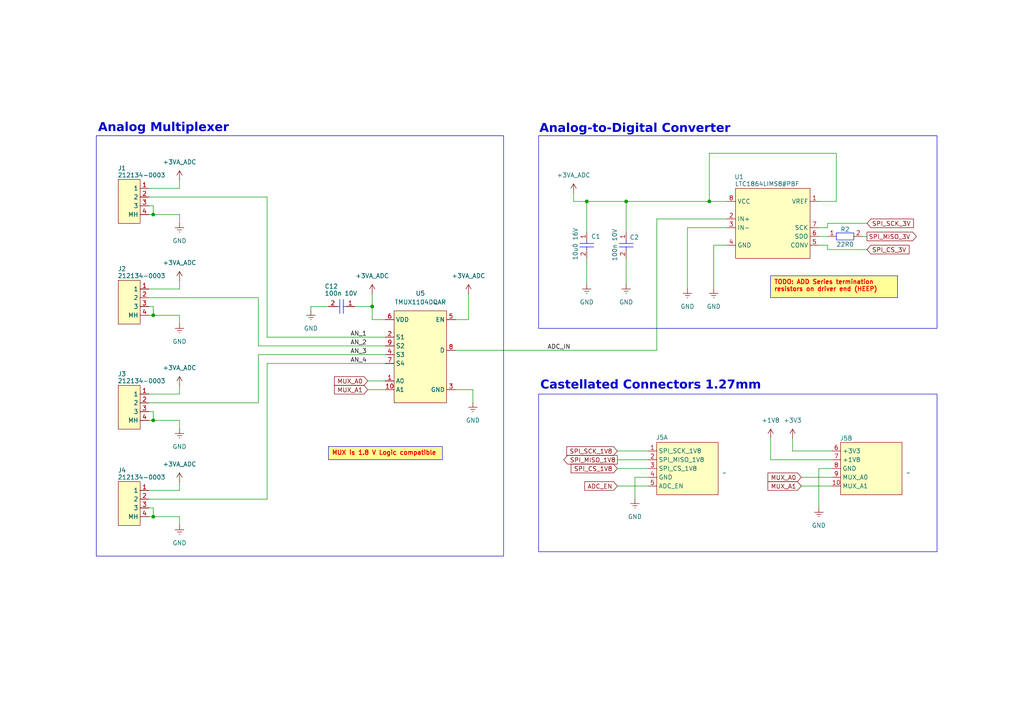
<source format=kicad_sch>
(kicad_sch (version 20231120) (generator "eeschema") (generator_version "8.0")
  (paper "A4")
  (lib_symbols
    (symbol "X-MODs_SchLib:212134-0003"
      (property "Reference" "J" (at -0.254 3.302 0))
      (property "Value" " 212134-0003 " (at -1.27 1.27 0))
      (symbol "212134-0003_1_1"
        (rectangle (start 0 0) (end 6.35 -12.7) (stroke (width 0) (color 128 0 0 1)) (fill (type background)))
        (pin passive line (at -2.54 -2.54 0) (length 2.54) (name "1") (number "1"))
        (pin passive line (at -2.54 -5.08 0) (length 2.54) (name "2") (number "2"))
        (pin passive line (at -2.54 -7.62 0) (length 2.54) (name "3") (number "3"))
        (pin passive line (at -2.54 -10.16 0) (length 2.54) (name "MH") (number "4"))
      )
    )
    (symbol "X-MODs_SchLib:Analog_Board_Castellated_Conn_1.27mm" (in_bom no)
      (property "Reference" "J" (at 0.508 1.778 0))
      (symbol "Analog_Board_Castellated_Conn_1.27mm_1_1"
        (rectangle (start 0 0) (end 17.78 -15.24) (stroke (width 0) (color 128 0 0 1)) (fill (type background)))
        (pin passive line (at -2.54 -2.54 0) (length 2.54) (name "SPI_SCK_1V8") (number "1"))
        (pin passive line (at -2.54 -5.08 0) (length 2.54) (name "SPI_MISO_1V8") (number "2"))
        (pin passive line (at -2.54 -7.62 0) (length 2.54) (name "SPI_CS_1V8") (number "3"))
        (pin passive line (at -2.54 -10.16 0) (length 2.54) (name "GND") (number "4"))
        (pin passive line (at -2.54 -12.7 0) (length 2.54) (name "ADC_EN") (number "5"))
      )
      (symbol "Analog_Board_Castellated_Conn_1.27mm_2_1"
        (rectangle (start 0 0) (end 17.78 -15.24) (stroke (width 0) (color 128 0 0 1)) (fill (type background)))
        (pin passive line (at -2.54 -12.7 0) (length 2.54) (name "MUX_A1") (number "10"))
        (pin passive line (at -2.54 -2.54 0) (length 2.54) (name "+3V3") (number "6"))
        (pin passive line (at -2.54 -5.08 0) (length 2.54) (name "+1V8") (number "7"))
        (pin passive line (at -2.54 -7.62 0) (length 2.54) (name "GND") (number "8"))
        (pin passive line (at -2.54 -10.16 0) (length 2.54) (name "MUX_A0") (number "9"))
      )
    )
    (symbol "X-MODs_SchLib:CRCW040222R0FKED"
      (property "Reference" "R" (at -4.064 5.588 0))
      (property "Value" "22R0" (at -4.064 3.302 0))
      (symbol "CRCW040222R0FKED_0_1"
        (rectangle (start -2.54 1.016) (end 2.54 -1.016) (stroke (width 0) (color 0 0 255 1)))
      )
      (symbol "CRCW040222R0FKED_1_1"
        (pin passive line (at -5.08 0 0) (length 2.54) (name "") (number "1"))
        (pin passive line (at 5.08 0 180) (length 2.54) (name "") (number "2"))
      )
    )
    (symbol "X-MODs_SchLib:GRM155R60G106ME01D"
      (property "Reference" "C" (at -4.064 5.588 0))
      (property "Value" "10u0 16V" (at -4.064 3.302 0))
      (symbol "GRM155R60G106ME01D_1_1"
        (polyline (pts (xy -1.27 0) (xy -0.508 0)) (stroke (width 0) (color 0 0 255 1)))
        (polyline (pts (xy -0.508 2.032) (xy -0.508 -2.032)) (stroke (width 0) (color 0 0 255 1)))
        (polyline (pts (xy 0.508 2.032) (xy 0.508 -2.032)) (stroke (width 0) (color 0 0 255 1)))
        (polyline (pts (xy 1.27 0) (xy 0.508 0)) (stroke (width 0) (color 0 0 255 1)))
        (pin passive line (at -3.81 0 0) (length 2.54) (name "") (number "1"))
        (pin passive line (at 3.81 0 180) (length 2.54) (name "") (number "2"))
      )
    )
    (symbol "X-MODs_SchLib:GRM155R71A104JA01D"
      (property "Reference" "C" (at -4.826 5.588 0))
      (property "Value" "100n 10V" (at -4.826 3.302 0))
      (symbol "GRM155R71A104JA01D_1_1"
        (polyline (pts (xy -1.27 0) (xy -0.508 0)) (stroke (width 0) (color 0 0 255 1)))
        (polyline (pts (xy -0.508 2.032) (xy -0.508 -2.032)) (stroke (width 0) (color 0 0 255 1)))
        (polyline (pts (xy 0.508 2.032) (xy 0.508 -2.032)) (stroke (width 0) (color 0 0 255 1)))
        (polyline (pts (xy 1.27 0) (xy 0.508 0)) (stroke (width 0) (color 0 0 255 1)))
        (pin passive line (at -3.81 0 0) (length 2.54) (name "") (number "1"))
        (pin passive line (at 3.81 0 180) (length 2.54) (name "") (number "2"))
      )
    )
    (symbol "X-MODs_SchLib:LTC1864LIMS8#PBF"
      (property "Reference" "U" (at -0.254 2.794 0))
      (property "Value" "LTC1864LIMS8#PBF" (at -0.254 1.016 0))
      (symbol "LTC1864LIMS8#PBF_0_1"
        (rectangle (start 0 0) (end 21.59 -20.32) (stroke (width 0) (color 128 0 0 1)) (fill (type background)))
      )
      (symbol "LTC1864LIMS8#PBF_1_1"
        (pin passive line (at 24.13 -3.81 180) (length 2.54) (name "VREF") (number "1"))
        (pin passive line (at -2.54 -8.89 0) (length 2.54) (name "IN+") (number "2"))
        (pin passive line (at -2.54 -11.43 0) (length 2.54) (name "IN-") (number "3"))
        (pin passive line (at -2.54 -16.51 0) (length 2.54) (name "GND") (number "4"))
        (pin passive line (at 24.13 -16.51 180) (length 2.54) (name "CONV") (number "5"))
        (pin passive line (at 24.13 -13.97 180) (length 2.54) (name "SDO") (number "6"))
        (pin passive line (at 24.13 -11.43 180) (length 2.54) (name "SCK") (number "7"))
        (pin passive line (at -2.54 -3.81 0) (length 2.54) (name "VCC") (number "8"))
      )
    )
    (symbol "X-MODs_SchLib:TMUX1104DQAR"
      (property "Reference" "U" (at -0.254 2.794 0))
      (property "Value" "TMUX1104DQAR " (at -0.254 1.016 0))
      (symbol "TMUX1104DQAR_0_1"
        (rectangle (start 0 0) (end 15.24 -26.67) (stroke (width 0) (color 128 0 0 1)) (fill (type background)))
      )
      (symbol "TMUX1104DQAR_1_1"
        (pin passive line (at -2.54 -20.32 0) (length 2.54) (name "A0") (number "1"))
        (pin passive line (at -2.54 -22.86 0) (length 2.54) (name "A1") (number "10"))
        (pin passive line (at -2.54 -7.62 0) (length 2.54) (name "S1") (number "2"))
        (pin passive line (at 17.78 -22.86 180) (length 2.54) (name "GND") (number "3"))
        (pin passive line (at -2.54 -12.7 0) (length 2.54) (name "S3") (number "4"))
        (pin passive line (at 17.78 -2.54 180) (length 2.54) (name "EN") (number "5"))
        (pin passive line (at -2.54 -2.54 0) (length 2.54) (name "VDD") (number "6"))
        (pin passive line (at -2.54 -15.24 0) (length 2.54) (name "S4") (number "7"))
        (pin passive line (at 17.78 -11.43 180) (length 2.54) (name "D") (number "8"))
        (pin passive line (at -2.54 -10.16 0) (length 2.54) (name "S2") (number "9"))
      )
    )
    (symbol "power:+3.3VA" (power) (pin_numbers hide) (pin_names (offset 0) hide)
      (property "Value" "+3.3VA" (at 0 3.556 0))
      (symbol "+3.3VA_0_1"
        (polyline (pts (xy -0.762 1.27) (xy 0 2.54)))
        (polyline (pts (xy 0 0) (xy 0 2.54)))
        (polyline (pts (xy 0 2.54) (xy 0.762 1.27)))
      )
      (symbol "+3.3VA_1_1"
        (pin power_in line (at 0 0 90) (length 0) (name "~") (number "1"))
      )
    )
    (symbol "power:Earth" (power) (pin_numbers hide) (pin_names (offset 0) hide)
      (property "Value" "Earth" (at 0 -3.81 0))
      (symbol "Earth_0_1"
        (polyline (pts (xy -0.635 -1.905) (xy 0.635 -1.905)))
        (polyline (pts (xy -0.127 -2.54) (xy 0.127 -2.54)))
        (polyline (pts (xy 0 -1.27) (xy 0 0)))
        (polyline (pts (xy 1.27 -1.27) (xy -1.27 -1.27)))
      )
      (symbol "Earth_1_1"
        (pin power_in line (at 0 0 270) (length 0) (name "~") (number "1"))
      )
    )
  )
  (junction (at 205.74 58.42))
  (junction (at 44.45 149.86))
  (junction (at 44.45 91.44))
  (junction (at 107.95 88.9))
  (junction (at 44.45 121.92))
  (junction (at 170.18 58.42))
  (junction (at 181.61 58.42))
  (junction (at 44.45 62.23))
  (wire (pts (xy 52.07 62.23) (xy 52.07 64.77)))
  (wire (pts (xy 210.82 71.12) (xy 207.01 71.12)))
  (wire (pts (xy 74.93 102.87) (xy 111.76 102.87)))
  (wire (pts (xy 181.61 74.93) (xy 181.61 82.55)))
  (wire (pts (xy 43.18 59.69) (xy 44.45 59.69)))
  (wire (pts (xy 44.45 88.9) (xy 44.45 91.44)))
  (wire (pts (xy 106.68 113.03) (xy 111.76 113.03)))
  (wire (pts (xy 207.01 71.12) (xy 207.01 83.82)))
  (wire (pts (xy 190.5 63.5) (xy 210.82 63.5)))
  (wire (pts (xy 52.07 83.82) (xy 43.18 83.82)))
  (wire (pts (xy 43.18 86.36) (xy 74.93 86.36)))
  (wire (pts (xy 237.49 58.42) (xy 242.57 58.42)))
  (wire (pts (xy 229.87 130.81) (xy 229.87 127)))
  (wire (pts (xy 43.18 149.86) (xy 44.45 149.86)))
  (wire (pts (xy 241.3 130.81) (xy 229.87 130.81)))
  (wire (pts (xy 44.45 91.44) (xy 52.07 91.44)))
  (wire (pts (xy 240.03 71.12) (xy 237.49 71.12)))
  (wire (pts (xy 242.57 58.42) (xy 242.57 44.45)))
  (wire (pts (xy 90.17 88.9) (xy 95.25 88.9)))
  (wire (pts (xy 90.17 90.17) (xy 90.17 88.9)))
  (wire (pts (xy 170.18 74.93) (xy 170.18 82.55)))
  (wire (pts (xy 190.5 63.5) (xy 190.5 101.6)))
  (wire (pts (xy 135.89 92.71) (xy 135.89 85.09)))
  (wire (pts (xy 242.57 44.45) (xy 205.74 44.45)))
  (wire (pts (xy 44.45 147.32) (xy 44.45 149.86)))
  (wire (pts (xy 179.07 133.35) (xy 187.96 133.35)))
  (wire (pts (xy 44.45 119.38) (xy 44.45 121.92)))
  (wire (pts (xy 241.3 135.89) (xy 237.49 135.89)))
  (wire (pts (xy 52.07 139.7) (xy 52.07 142.24)))
  (wire (pts (xy 77.47 97.79) (xy 111.76 97.79)))
  (wire (pts (xy 106.68 110.49) (xy 111.76 110.49)))
  (wire (pts (xy 232.41 138.43) (xy 241.3 138.43)))
  (wire (pts (xy 181.61 58.42) (xy 205.74 58.42)))
  (wire (pts (xy 240.03 64.77) (xy 251.46 64.77)))
  (wire (pts (xy 237.49 135.89) (xy 237.49 147.32)))
  (wire (pts (xy 52.07 111.76) (xy 52.07 114.3)))
  (wire (pts (xy 44.45 149.86) (xy 52.07 149.86)))
  (wire (pts (xy 43.18 62.23) (xy 44.45 62.23)))
  (wire (pts (xy 170.18 58.42) (xy 170.18 67.31)))
  (wire (pts (xy 166.37 58.42) (xy 170.18 58.42)))
  (wire (pts (xy 107.95 85.09) (xy 107.95 88.9)))
  (wire (pts (xy 132.08 92.71) (xy 135.89 92.71)))
  (wire (pts (xy 44.45 59.69) (xy 44.45 62.23)))
  (wire (pts (xy 77.47 57.15) (xy 77.47 97.79)))
  (wire (pts (xy 240.03 66.04) (xy 237.49 66.04)))
  (wire (pts (xy 179.07 135.89) (xy 187.96 135.89)))
  (wire (pts (xy 77.47 144.78) (xy 77.47 105.41)))
  (wire (pts (xy 74.93 116.84) (xy 74.93 102.87)))
  (wire (pts (xy 205.74 44.45) (xy 205.74 58.42)))
  (wire (pts (xy 43.18 116.84) (xy 74.93 116.84)))
  (wire (pts (xy 74.93 86.36) (xy 74.93 100.33)))
  (wire (pts (xy 52.07 114.3) (xy 43.18 114.3)))
  (wire (pts (xy 43.18 121.92) (xy 44.45 121.92)))
  (wire (pts (xy 52.07 54.61) (xy 43.18 54.61)))
  (wire (pts (xy 102.87 88.9) (xy 107.95 88.9)))
  (wire (pts (xy 199.39 66.04) (xy 210.82 66.04)))
  (wire (pts (xy 205.74 58.42) (xy 210.82 58.42)))
  (wire (pts (xy 74.93 100.33) (xy 111.76 100.33)))
  (wire (pts (xy 43.18 57.15) (xy 77.47 57.15)))
  (wire (pts (xy 77.47 105.41) (xy 111.76 105.41)))
  (wire (pts (xy 52.07 149.86) (xy 52.07 152.4)))
  (wire (pts (xy 170.18 58.42) (xy 181.61 58.42)))
  (wire (pts (xy 52.07 52.07) (xy 52.07 54.61)))
  (wire (pts (xy 52.07 121.92) (xy 52.07 124.46)))
  (wire (pts (xy 223.52 127) (xy 223.52 133.35)))
  (wire (pts (xy 107.95 92.71) (xy 111.76 92.71)))
  (wire (pts (xy 179.07 140.97) (xy 187.96 140.97)))
  (wire (pts (xy 184.15 138.43) (xy 187.96 138.43)))
  (wire (pts (xy 43.18 147.32) (xy 44.45 147.32)))
  (wire (pts (xy 237.49 68.58) (xy 240.03 68.58)))
  (wire (pts (xy 132.08 113.03) (xy 137.16 113.03)))
  (wire (pts (xy 166.37 58.42) (xy 166.37 55.88)))
  (wire (pts (xy 52.07 81.28) (xy 52.07 83.82)))
  (wire (pts (xy 232.41 140.97) (xy 241.3 140.97)))
  (wire (pts (xy 52.07 91.44) (xy 52.07 93.98)))
  (wire (pts (xy 181.61 67.31) (xy 181.61 58.42)))
  (wire (pts (xy 241.3 133.35) (xy 223.52 133.35)))
  (wire (pts (xy 184.15 144.78) (xy 184.15 138.43)))
  (wire (pts (xy 240.03 72.39) (xy 251.46 72.39)))
  (wire (pts (xy 43.18 91.44) (xy 44.45 91.44)))
  (wire (pts (xy 240.03 64.77) (xy 240.03 66.04)))
  (wire (pts (xy 52.07 142.24) (xy 43.18 142.24)))
  (wire (pts (xy 132.08 101.6) (xy 190.5 101.6)))
  (wire (pts (xy 179.07 130.81) (xy 187.96 130.81)))
  (wire (pts (xy 43.18 88.9) (xy 44.45 88.9)))
  (wire (pts (xy 43.18 144.78) (xy 77.47 144.78)))
  (wire (pts (xy 107.95 88.9) (xy 107.95 92.71)))
  (wire (pts (xy 137.16 113.03) (xy 137.16 116.84)))
  (wire (pts (xy 251.46 68.58) (xy 250.19 68.58)))
  (wire (pts (xy 44.45 121.92) (xy 52.07 121.92)))
  (wire (pts (xy 44.45 62.23) (xy 52.07 62.23)))
  (wire (pts (xy 240.03 72.39) (xy 240.03 71.12)))
  (wire (pts (xy 43.18 119.38) (xy 44.45 119.38)))
  (wire (pts (xy 199.39 83.82) (xy 199.39 66.04)))
  (rectangle (start 156.21 39.37) (end 271.78 95.25))
  (rectangle (start 27.94 39.37) (end 146.05 161.29))
  (rectangle (start 156.21 114.3) (end 271.78 160.02))
  (text_box "MUX is 1.8 V Logic compatible" (at 95.25 129.54 0) (size 33.02 3.81) (fill (type color) (color 255 255 150 1)) (effects (font (size 1.27 1.27) (thickness 0.254) (bold yes)) (justify left top)))
  (text_box "TODO: ADD Series termination resistors on driver end (HEEP)" (at 223.52 80.01 0) (size 36.83 6.35) (fill (type color) (color 255 255 150 1)) (effects (font (size 1.27 1.27) (thickness 0.254) (bold yes)) (justify left top)))
  (text "Castellated Connectors 1.27mm" (at 156.718 112.522 0) (effects (font (size 2.54 2.54) (thickness 0.254) (bold yes) (italic yes)) (justify left)))
  (text "Analog-to-Digital Converter" (at 156.464 38.1 0) (effects (font (size 2.54 2.54) (thickness 0.254) (bold yes) (italic yes)) (justify left)))
  (text "Analog Multiplexer" (at 28.448 37.846 0) (effects (font (size 2.54 2.54) (thickness 0.254) (bold yes) (italic yes)) (justify left)))
  (label "AN_1" (at 101.6 97.79 0))
  (label "AN_3" (at 101.6 102.87 0))
  (label "ADC_IN" (at 158.75 101.6 0))
  (label "AN_2" (at 101.6 100.33 0))
  (label "AN_4" (at 101.6 105.41 0))
  (global_label "MUX_A0" (shape input) (at 232.41 138.43 180) (property "Intersheetrefs" "${INTERSHEET_REFS}" (effects (hide yes))))
  (global_label "MUX_A1" (shape input) (at 106.68 113.03 180) (property "Intersheetrefs" "${INTERSHEET_REFS}" (effects (hide yes))))
  (global_label "SPI_MISO_1V8" (shape output) (at 179.07 133.35 180) (property "Intersheetrefs" "${INTERSHEET_REFS}" (effects (hide yes))))
  (global_label "ADC_EN" (shape input) (at 179.07 140.97 180) (property "Intersheetrefs" "${INTERSHEET_REFS}" (effects (hide yes))))
  (global_label "SPI_CS_1V8" (shape input) (at 179.07 135.89 180) (property "Intersheetrefs" "${INTERSHEET_REFS}" (effects (hide yes))))
  (global_label "MUX_A1" (shape input) (at 232.41 140.97 180) (property "Intersheetrefs" "${INTERSHEET_REFS}" (effects (hide yes))))
  (global_label "SPI_CS_3V" (shape input) (at 251.46 72.39 0) (property "Intersheetrefs" "${INTERSHEET_REFS}" (effects (hide yes))))
  (global_label "SPI_SCK_1V8" (shape input) (at 179.07 130.81 180) (property "Intersheetrefs" "${INTERSHEET_REFS}" (effects (hide yes))))
  (global_label "SPI_SCK_3V" (shape input) (at 251.46 64.77 0) (property "Intersheetrefs" "${INTERSHEET_REFS}" (effects (hide yes))))
  (global_label "SPI_MISO_3V" (shape output) (at 251.46 68.58 0) (property "Intersheetrefs" "${INTERSHEET_REFS}" (effects (hide yes))))
  (global_label "MUX_A0" (shape input) (at 106.68 110.49 180) (property "Intersheetrefs" "${INTERSHEET_REFS}" (effects (hide yes))))
  (symbol (lib_id "power:Earth") (at 170.18 82.55 0) (unit 1)
    (property "Reference" "#PWR02" (effects (hide yes)))
    (property "Value" "GND" (at 170.18 87.63 0))
    (property "Description" "Power symbol creates a global label with name \"Earth\"" (effects (hide yes)))
  )
  (symbol (lib_id "X-MODs_SchLib:TMUX1104DQAR") (at 114.3 90.17 0) (unit 1)
    (property "Reference" "U5" (at 121.92 85.09 0))
    (property "Value" "TMUX1104DQAR" (at 121.92 87.63 0))
    (property "Footprint" "X-MODs_PcbLib:USON-10_1x2.5mm" (effects (hide yes)))
    (property "Datasheet" "https://www.mouser.es/datasheet/2/609/MAX5417_MAX5419-3470280.pdf" (effects (hide yes)))
    (property "Description" "Multiplexer Switch ICs 3-pA on-state leakage current, 5-V, 4:1, 1-channel precision multiplexer 10-USON -40 to 125" (effects (hide yes)))
    (property "MPN" "TMUX1104DQAR " (effects (hide yes)))
  )
  (symbol (lib_id "power:Earth") (at 90.17 90.17 0) (unit 1)
    (property "Reference" "#PWR030" (effects (hide yes)))
    (property "Value" "GND" (at 90.17 95.25 0))
    (property "Description" "Power symbol creates a global label with name \"Earth\"" (effects (hide yes)))
  )
  (symbol (lib_id "X-MODs_SchLib:CRCW040222R0FKED") (at 245.11 68.58 0) (unit 1)
    (property "Reference" "R2" (at 245.11 66.548 0))
    (property "Value" "22R0" (at 245.11 70.866 0))
    (property "Footprint" "X-MODs_PcbLib:R0402" (effects (hide yes)))
    (property "Datasheet" "https://www.vishay.com/docs/20035/dcrcwe3.pdf" (effects (hide yes)))
    (property "Description" "Thick Film Resistors 1/16watt 22ohms 1%" (effects (hide yes)))
  )
  (symbol (lib_id "power:Earth") (at 181.61 82.55 0) (unit 1)
    (property "Reference" "#PWR03" (effects (hide yes)))
    (property "Value" "GND" (at 181.61 87.63 0))
    (property "Description" "Power symbol creates a global label with name \"Earth\"" (effects (hide yes)))
  )
  (symbol (lib_id "power:+3.3VA") (at 229.87 127 0) (unit 1)
    (property "Reference" "#PWR043" (effects (hide yes)))
    (property "Value" "+3V3" (at 229.87 121.92 0))
    (property "Description" "Power symbol creates a global label with name \"+3.3VA\"" (effects (hide yes)))
  )
  (symbol (lib_id "X-MODs_SchLib:GRM155R60G106ME01D") (at 170.18 71.12 270) (unit 1)
    (property "Reference" "C1" (at 171.45 68.58 90) (effects (justify left)))
    (property "Value" "10u0 16V" (at 166.878 66.04 0) (effects (justify left)))
    (property "Footprint" "X-MODs_PcbLib:C0402" (effects (hide yes)))
    (property "Datasheet" "https://www.mouser.es/datasheet/2/281/1/GRM155R60G106ME01_01A-1983785.pdf" (effects (hide yes)))
    (property "Description" "Multilayer Ceramic Capacitors MLCC - SMD/SMT 10 uF 4 VDC 20% 0402 X5R" (effects (hide yes)))
  )
  (symbol (lib_id "X-MODs_SchLib:GRM155R71A104JA01D") (at 181.61 71.12 270) (unit 1)
    (property "Reference" "C2" (at 182.626 68.834 90) (effects (justify left)))
    (property "Value" "100n 10V" (at 178.308 66.294 0) (effects (justify left)))
    (property "Footprint" "X-MODs_PcbLib:C0402" (effects (hide yes)))
    (property "Datasheet" "https://www.mouser.es/datasheet/2/281/1/GRM155R71A104JA01_01A-1984196.pdf" (effects (hide yes)))
    (property "Description" "Multilayer Ceramic Capacitors MLCC - SMD/SMT 0.1 uF 10 VDC 5% 0402 X7R" (effects (hide yes)))
  )
  (symbol (lib_id "power:Earth") (at 237.49 147.32 0) (unit 1)
    (property "Reference" "#PWR045" (effects (hide yes)))
    (property "Value" "GND" (at 237.49 152.4 0))
    (property "Description" "Power symbol creates a global label with name \"Earth\"" (effects (hide yes)))
  )
  (symbol (lib_id "power:Earth") (at 137.16 116.84 0) (unit 1)
    (property "Reference" "#PWR032" (effects (hide yes)))
    (property "Value" "GND" (at 137.16 121.92 0))
    (property "Description" "Power symbol creates a global label with name \"Earth\"" (effects (hide yes)))
  )
  (symbol (lib_id "power:+3.3VA") (at 52.07 81.28 0) (unit 1)
    (property "Reference" "#PWR036" (effects (hide yes)))
    (property "Value" "+3VA_ADC" (at 52.07 76.2 0))
    (property "Description" "Power symbol creates a global label with name \"+3.3VA\"" (effects (hide yes)))
  )
  (symbol (lib_id "power:Earth") (at 184.15 144.78 0) (unit 1)
    (property "Reference" "#PWR046" (effects (hide yes)))
    (property "Value" "GND" (at 184.15 149.86 0))
    (property "Description" "Power symbol creates a global label with name \"Earth\"" (effects (hide yes)))
  )
  (symbol (lib_id "X-MODs_SchLib:GRM155R71A104JA01D") (at 99.06 88.9 180) (unit 1)
    (property "Reference" "C12" (at 98.044 83.058 0) (effects (justify left)))
    (property "Value" "100n 10V" (at 103.632 85.09 0) (effects (justify left)))
    (property "Footprint" "X-MODs_PcbLib:C0402" (effects (hide yes)))
    (property "Datasheet" "https://www.mouser.es/datasheet/2/281/1/GRM155R71A104JA01_01A-1984196.pdf" (effects (hide yes)))
    (property "Description" "Multilayer Ceramic Capacitors MLCC - SMD/SMT 0.1 uF 10 VDC 5% 0402 X7R" (effects (hide yes)))
  )
  (symbol (lib_id "power:Earth") (at 52.07 93.98 0) (unit 1)
    (property "Reference" "#PWR037" (effects (hide yes)))
    (property "Value" "GND" (at 52.07 99.06 0))
    (property "Description" "Power symbol creates a global label with name \"Earth\"" (effects (hide yes)))
  )
  (symbol (lib_id "X-MODs_SchLib:212134-0003") (at 40.64 139.7 0) (mirror y) (unit 1)
    (property "Reference" "J4" (at 36.576 136.3979 0) (effects (justify left)))
    (property "Value" "212134-0003" (at 48.006 138.4299 0) (effects (justify left)))
    (property "Footprint" "X-MODs_PcbLib:2121340003" (effects (hide yes)))
    (property "Datasheet" "https://www.molex.com/en-us/products/part-detail/2121340003?display=pdf" (effects (hide yes)))
    (property "Description" "Headers & Wire Housings Pico-EZMate Plus1.0 PlugAssy ETP LH 3Ckt" (effects (hide yes)))
    (property "MPN" " 212134-0003 " (effects (hide yes)))
  )
  (symbol (lib_id "power:+3.3VA") (at 52.07 139.7 0) (unit 1)
    (property "Reference" "#PWR040" (effects (hide yes)))
    (property "Value" "+3VA_ADC" (at 52.07 134.62 0))
    (property "Description" "Power symbol creates a global label with name \"+3.3VA\"" (effects (hide yes)))
  )
  (symbol (lib_id "power:+3.3VA") (at 135.89 85.09 0) (unit 1)
    (property "Reference" "#PWR033" (effects (hide yes)))
    (property "Value" "+3VA_ADC" (at 135.89 80.01 0))
    (property "Description" "Power symbol creates a global label with name \"+3.3VA\"" (effects (hide yes)))
  )
  (symbol (lib_id "X-MODs_SchLib:212134-0003") (at 40.64 81.28 0) (mirror y) (unit 1)
    (property "Reference" "J2" (at 36.576 77.9779 0) (effects (justify left)))
    (property "Value" "212134-0003" (at 48.006 80.0099 0) (effects (justify left)))
    (property "Footprint" "X-MODs_PcbLib:2121340003" (effects (hide yes)))
    (property "Datasheet" "https://www.molex.com/en-us/products/part-detail/2121340003?display=pdf" (effects (hide yes)))
    (property "Description" "Headers & Wire Housings Pico-EZMate Plus1.0 PlugAssy ETP LH 3Ckt" (effects (hide yes)))
    (property "MPN" " 212134-0003 " (effects (hide yes)))
  )
  (symbol (lib_id "X-MODs_SchLib:LTC1864LIMS8#PBF") (at 213.36 54.61 0) (unit 1)
    (property "Reference" "U1" (at 214.376 51.308 0))
    (property "Value" "LTC1864LIMS8#PBF" (at 222.504 53.34 0))
    (property "Footprint" "X-MODs_PcbLib:MSOP-8" (effects (hide yes)))
    (property "Datasheet" "https://www.analog.com/media/en/technical-documentation/data-sheets/18645lfs.pdf" (effects (hide yes)))
    (property "Description" "Analog to Digital Converters - ADC Power, 3V, 16-Bit, 150ksps 1- and 2-Channel ADCs in MSOP" (effects (hide yes)))
  )
  (symbol (lib_id "power:+3.3VA") (at 166.37 55.88 0) (unit 1)
    (property "Reference" "#PWR01" (effects (hide yes)))
    (property "Value" "+3VA_ADC" (at 166.37 50.8 0))
    (property "Description" "Power symbol creates a global label with name \"+3.3VA\"" (effects (hide yes)))
  )
  (symbol (lib_id "power:Earth") (at 52.07 64.77 0) (unit 1)
    (property "Reference" "#PWR034" (effects (hide yes)))
    (property "Value" "GND" (at 52.07 69.85 0))
    (property "Description" "Power symbol creates a global label with name \"Earth\"" (effects (hide yes)))
  )
  (symbol (lib_id "X-MODs_SchLib:Analog_Board_Castellated_Conn_1.27mm") (at 190.5 128.27 0) (unit 1) (in_bom no)
    (property "Reference" "J5" (at 190.246 126.8729 0) (effects (justify left)))
    (property "Value" "~" (at 209.55 137.16 0) (effects (justify left)))
    (property "Footprint" "X-MODs_PcbLib:Analog_Board_Castellated_Conn_1.27mm" (effects (hide yes)))
    (property "Description" "Analog_Board_Castellated_Conn_1.27mm" (effects (hide yes)))
  )
  (symbol (lib_id "power:Earth") (at 207.01 83.82 0) (unit 1)
    (property "Reference" "#PWR05" (effects (hide yes)))
    (property "Value" "GND" (at 207.01 88.9 0))
    (property "Description" "Power symbol creates a global label with name \"Earth\"" (effects (hide yes)))
  )
  (symbol (lib_id "power:+3.3VA") (at 52.07 52.07 0) (unit 1)
    (property "Reference" "#PWR035" (effects (hide yes)))
    (property "Value" "+3VA_ADC" (at 52.07 46.99 0))
    (property "Description" "Power symbol creates a global label with name \"+3.3VA\"" (effects (hide yes)))
  )
  (symbol (lib_id "power:+3.3VA") (at 223.52 127 0) (unit 1)
    (property "Reference" "#PWR044" (effects (hide yes)))
    (property "Value" "+1V8" (at 223.52 121.92 0))
    (property "Description" "Power symbol creates a global label with name \"+3.3VA\"" (effects (hide yes)))
  )
  (symbol (lib_id "power:Earth") (at 199.39 83.82 0) (unit 1)
    (property "Reference" "#PWR04" (effects (hide yes)))
    (property "Value" "GND" (at 199.39 88.9 0))
    (property "Description" "Power symbol creates a global label with name \"Earth\"" (effects (hide yes)))
  )
  (symbol (lib_id "power:Earth") (at 52.07 152.4 0) (unit 1)
    (property "Reference" "#PWR041" (effects (hide yes)))
    (property "Value" "GND" (at 52.07 157.48 0))
    (property "Description" "Power symbol creates a global label with name \"Earth\"" (effects (hide yes)))
  )
  (symbol (lib_id "power:Earth") (at 52.07 124.46 0) (unit 1)
    (property "Reference" "#PWR039" (effects (hide yes)))
    (property "Value" "GND" (at 52.07 129.54 0))
    (property "Description" "Power symbol creates a global label with name \"Earth\"" (effects (hide yes)))
  )
  (symbol (lib_id "X-MODs_SchLib:212134-0003") (at 40.64 111.76 0) (mirror y) (unit 1)
    (property "Reference" "J3" (at 36.576 108.4579 0) (effects (justify left)))
    (property "Value" "212134-0003" (at 48.006 110.4899 0) (effects (justify left)))
    (property "Footprint" "X-MODs_PcbLib:2121340003" (effects (hide yes)))
    (property "Datasheet" "https://www.molex.com/en-us/products/part-detail/2121340003?display=pdf" (effects (hide yes)))
    (property "Description" "Headers & Wire Housings Pico-EZMate Plus1.0 PlugAssy ETP LH 3Ckt" (effects (hide yes)))
    (property "MPN" " 212134-0003 " (effects (hide yes)))
  )
  (symbol (lib_id "power:+3.3VA") (at 107.95 85.09 0) (unit 1)
    (property "Reference" "#PWR031" (effects (hide yes)))
    (property "Value" "+3VA_ADC" (at 107.95 80.01 0))
    (property "Description" "Power symbol creates a global label with name \"+3.3VA\"" (effects (hide yes)))
  )
  (symbol (lib_id "power:+3.3VA") (at 52.07 111.76 0) (unit 1)
    (property "Reference" "#PWR038" (effects (hide yes)))
    (property "Value" "+3VA_ADC" (at 52.07 106.68 0))
    (property "Description" "Power symbol creates a global label with name \"+3.3VA\"" (effects (hide yes)))
  )
  (symbol (lib_id "X-MODs_SchLib:212134-0003") (at 40.64 52.07 0) (mirror y) (unit 1)
    (property "Reference" "J1" (at 36.576 48.7679 0) (effects (justify left)))
    (property "Value" "212134-0003" (at 48.006 50.7999 0) (effects (justify left)))
    (property "Footprint" "X-MODs_PcbLib:2121340003" (effects (hide yes)))
    (property "Datasheet" "https://www.molex.com/en-us/products/part-detail/2121340003?display=pdf" (effects (hide yes)))
    (property "Description" "Headers & Wire Housings Pico-EZMate Plus1.0 PlugAssy ETP LH 3Ckt" (effects (hide yes)))
    (property "MPN" " 212134-0003 " (effects (hide yes)))
  )
  (symbol (lib_id "X-MODs_SchLib:Analog_Board_Castellated_Conn_1.27mm") (at 243.84 128.27 0) (unit 2) (in_bom no)
    (property "Reference" "J5" (at 243.586 127.1269 0) (effects (justify left)))
    (property "Value" "~" (at 262.89 137.16 0) (effects (justify left)))
    (property "Footprint" "X-MODs_PcbLib:Analog_Board_Castellated_Conn_1.27mm" (effects (hide yes)))
    (property "Description" "Analog_Board_Castellated_Conn_1.27mm" (effects (hide yes)))
  )
)
</source>
